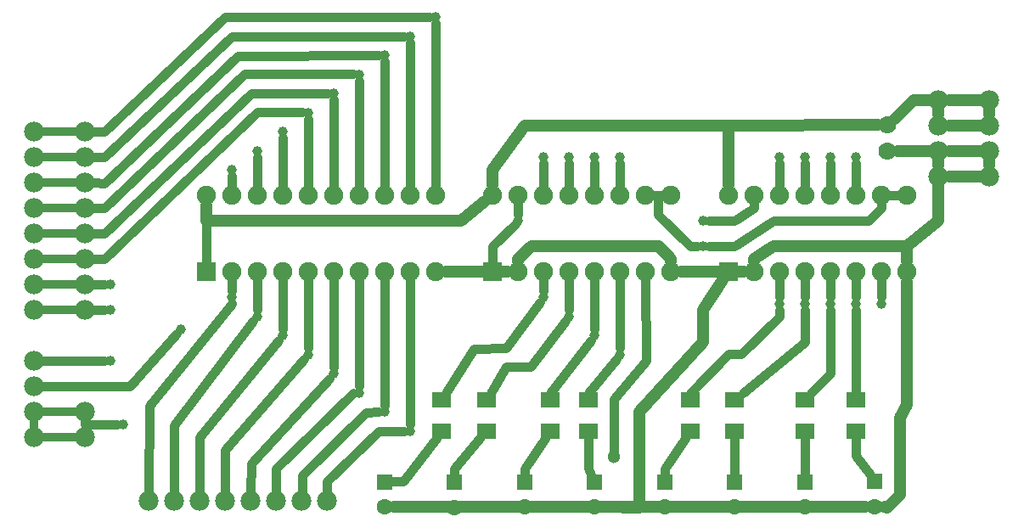
<source format=gbl>
G04 MADE WITH FRITZING*
G04 WWW.FRITZING.ORG*
G04 DOUBLE SIDED*
G04 HOLES PLATED*
G04 CONTOUR ON CENTER OF CONTOUR VECTOR*
%ASAXBY*%
%FSLAX23Y23*%
%MOIN*%
%OFA0B0*%
%SFA1.0B1.0*%
%ADD10C,0.039370*%
%ADD11C,0.078000*%
%ADD12C,0.070000*%
%ADD13C,0.062992*%
%ADD14C,0.051181*%
%ADD15C,0.075000*%
%ADD16R,0.074803X0.062992*%
%ADD17R,0.062992X0.062992*%
%ADD18R,0.075000X0.075000*%
%ADD19C,0.048000*%
%ADD20C,0.032000*%
%ADD21C,0.038000*%
%ADD22C,0.026000*%
%LNCOPPER0*%
G90*
G70*
G54D10*
X388Y962D03*
X388Y861D03*
X3413Y886D03*
G54D11*
X3838Y1686D03*
X3638Y1686D03*
X3838Y1386D03*
X3638Y1386D03*
G54D12*
X3438Y1587D03*
X3438Y1486D03*
G54D13*
X3388Y188D03*
X3388Y89D03*
X3113Y186D03*
X3113Y88D03*
X2838Y186D03*
X2838Y88D03*
X2563Y186D03*
X2563Y88D03*
X2288Y186D03*
X2288Y88D03*
X2013Y186D03*
X2013Y88D03*
X1738Y185D03*
X1738Y86D03*
X1463Y186D03*
X1463Y88D03*
G54D10*
X863Y911D03*
X2088Y911D03*
X963Y836D03*
X2188Y836D03*
X2288Y761D03*
X1063Y761D03*
X2388Y686D03*
X1163Y686D03*
X3013Y886D03*
X1263Y611D03*
X3113Y886D03*
X1363Y536D03*
X3213Y886D03*
X1463Y461D03*
X3313Y886D03*
X1563Y386D03*
X2088Y1461D03*
X963Y1486D03*
X2188Y1461D03*
X1063Y1561D03*
X2288Y1461D03*
X1163Y1636D03*
X2388Y1461D03*
X1263Y1711D03*
X3013Y1461D03*
X1363Y1786D03*
X3113Y1461D03*
X1463Y1861D03*
X3213Y1461D03*
X1563Y1936D03*
X3313Y1461D03*
X1663Y2011D03*
X863Y1411D03*
G54D11*
X3838Y1586D03*
X3838Y1486D03*
X3638Y1586D03*
X3638Y1486D03*
G54D14*
X2363Y286D03*
G54D10*
X438Y411D03*
X663Y786D03*
X2713Y1111D03*
X1988Y1211D03*
X2713Y1211D03*
X388Y661D03*
G54D11*
X538Y111D03*
X638Y111D03*
X738Y111D03*
X838Y111D03*
X938Y111D03*
X1038Y111D03*
X1138Y111D03*
X1238Y111D03*
G54D15*
X763Y1011D03*
X763Y1311D03*
X863Y1011D03*
X863Y1311D03*
X963Y1011D03*
X963Y1311D03*
X1063Y1011D03*
X1063Y1311D03*
X1163Y1011D03*
X1163Y1311D03*
X1263Y1011D03*
X1263Y1311D03*
X1363Y1011D03*
X1363Y1311D03*
X1463Y1011D03*
X1463Y1311D03*
X1563Y1011D03*
X1563Y1311D03*
X1663Y1011D03*
X1663Y1311D03*
X1888Y1011D03*
X1888Y1311D03*
X1988Y1011D03*
X1988Y1311D03*
X2088Y1011D03*
X2088Y1311D03*
X2188Y1011D03*
X2188Y1311D03*
X2288Y1011D03*
X2288Y1311D03*
X2388Y1011D03*
X2388Y1311D03*
X2488Y1011D03*
X2488Y1311D03*
X2588Y1011D03*
X2588Y1311D03*
X2813Y1011D03*
X2813Y1311D03*
X2913Y1011D03*
X2913Y1311D03*
X3013Y1011D03*
X3013Y1311D03*
X3113Y1011D03*
X3113Y1311D03*
X3213Y1011D03*
X3213Y1311D03*
X3313Y1011D03*
X3313Y1311D03*
X3413Y1011D03*
X3413Y1311D03*
X3513Y1011D03*
X3513Y1311D03*
G54D11*
X88Y561D03*
X88Y361D03*
X288Y361D03*
X88Y461D03*
X288Y461D03*
X88Y861D03*
X88Y961D03*
X88Y1061D03*
X88Y1161D03*
X88Y1261D03*
X88Y1361D03*
X88Y1461D03*
X88Y1561D03*
X288Y861D03*
X288Y961D03*
X288Y1061D03*
X288Y1161D03*
X288Y1261D03*
X288Y1361D03*
X288Y1461D03*
X288Y1561D03*
X88Y661D03*
G54D16*
X3313Y509D03*
X3313Y386D03*
X3113Y509D03*
X3113Y386D03*
X2838Y509D03*
X2838Y386D03*
X2663Y509D03*
X2663Y386D03*
X2263Y509D03*
X2263Y386D03*
X2113Y509D03*
X2113Y386D03*
X1863Y509D03*
X1863Y386D03*
X1688Y509D03*
X1688Y386D03*
G54D17*
X3388Y188D03*
X3113Y186D03*
X2838Y186D03*
X2563Y186D03*
X2288Y186D03*
X2013Y186D03*
X1738Y185D03*
X1463Y186D03*
G54D18*
X763Y1011D03*
X1888Y1011D03*
X2813Y1011D03*
G54D19*
X3465Y1613D02*
X3539Y1686D01*
D02*
X3539Y1686D02*
X3597Y1686D01*
D02*
X3797Y1686D02*
X3679Y1686D01*
D02*
X3797Y1586D02*
X3679Y1586D01*
D02*
X3838Y1645D02*
X3838Y1628D01*
D02*
X3597Y1486D02*
X3475Y1486D01*
D02*
X3513Y1112D02*
X3513Y1051D01*
D02*
X3638Y1345D02*
X3638Y1211D01*
D02*
X3638Y1211D02*
X3513Y1112D01*
D02*
X3797Y1486D02*
X3679Y1486D01*
D02*
X3797Y1386D02*
X3679Y1386D01*
D02*
X3838Y1428D02*
X3838Y1445D01*
G54D20*
D02*
X258Y461D02*
X118Y461D01*
D02*
X258Y361D02*
X118Y361D01*
D02*
X88Y392D02*
X88Y431D01*
D02*
X253Y1561D02*
X124Y1561D01*
D02*
X253Y1461D02*
X124Y1461D01*
D02*
X253Y1361D02*
X124Y1361D01*
D02*
X253Y1261D02*
X124Y1261D01*
D02*
X253Y1161D02*
X124Y1161D01*
D02*
X253Y1061D02*
X124Y1061D01*
D02*
X253Y961D02*
X124Y961D01*
D02*
X253Y861D02*
X124Y861D01*
G54D21*
D02*
X364Y962D02*
X324Y962D01*
D02*
X3413Y911D02*
X3413Y977D01*
G54D19*
D02*
X3514Y1112D02*
X3513Y1051D01*
D02*
X2989Y1112D02*
X3514Y1112D01*
D02*
X2913Y1061D02*
X2989Y1112D01*
D02*
X2913Y1051D02*
X2913Y1061D01*
D02*
X2539Y1112D02*
X2588Y1061D01*
D02*
X2588Y1061D02*
X2588Y1051D01*
D02*
X1988Y1061D02*
X2039Y1112D01*
D02*
X2039Y1112D02*
X2539Y1112D01*
D02*
X1988Y1051D02*
X1988Y1061D01*
D02*
X3350Y89D02*
X1501Y88D01*
D02*
X2813Y1586D02*
X2813Y1351D01*
D02*
X3401Y1587D02*
X2813Y1586D01*
G54D22*
D02*
X288Y392D02*
X288Y431D01*
G54D19*
D02*
X3638Y1645D02*
X3638Y1628D01*
D02*
X3638Y1428D02*
X3638Y1445D01*
G54D21*
D02*
X1813Y710D02*
X1704Y534D01*
D02*
X1939Y713D02*
X1813Y710D01*
D02*
X2074Y892D02*
X1939Y713D01*
D02*
X1538Y188D02*
X1669Y361D01*
D02*
X1496Y187D02*
X1538Y188D01*
D02*
X1738Y237D02*
X1738Y217D01*
D02*
X1841Y361D02*
X1738Y237D01*
D02*
X1939Y637D02*
X1879Y534D01*
D02*
X2038Y637D02*
X1939Y637D01*
D02*
X2173Y817D02*
X2038Y637D01*
D02*
X2112Y536D02*
X2112Y534D01*
D02*
X2273Y742D02*
X2112Y536D01*
D02*
X2013Y237D02*
X2013Y219D01*
D02*
X2096Y361D02*
X2013Y237D01*
D02*
X2263Y237D02*
X2274Y216D01*
D02*
X2263Y361D02*
X2263Y237D01*
D02*
X2263Y536D02*
X2372Y668D01*
D02*
X2263Y534D02*
X2263Y536D01*
D02*
X2562Y237D02*
X2563Y219D01*
D02*
X2646Y361D02*
X2562Y237D01*
D02*
X2864Y687D02*
X2814Y687D01*
D02*
X2663Y536D02*
X2663Y534D01*
D02*
X2814Y687D02*
X2663Y536D01*
D02*
X3013Y836D02*
X2864Y687D01*
D02*
X3013Y862D02*
X3013Y836D01*
D02*
X2838Y361D02*
X2838Y219D01*
D02*
X3113Y736D02*
X2870Y534D01*
D02*
X3113Y862D02*
X3113Y736D01*
D02*
X3113Y361D02*
X3113Y219D01*
D02*
X3212Y612D02*
X3138Y534D01*
D02*
X3213Y862D02*
X3212Y612D01*
D02*
X3314Y287D02*
X3369Y214D01*
D02*
X3313Y361D02*
X3314Y287D01*
D02*
X3313Y862D02*
X3313Y534D01*
D02*
X2989Y1213D02*
X2838Y1112D01*
D02*
X2838Y1112D02*
X2738Y1111D01*
D02*
X3364Y1213D02*
X2989Y1213D01*
D02*
X863Y936D02*
X863Y977D01*
D02*
X2088Y977D02*
X2088Y936D01*
D02*
X2188Y977D02*
X2188Y861D01*
D02*
X963Y861D02*
X963Y977D01*
D02*
X2288Y786D02*
X2288Y977D01*
D02*
X1063Y977D02*
X1063Y786D01*
D02*
X2388Y711D02*
X2388Y977D01*
D02*
X1163Y977D02*
X1163Y711D01*
D02*
X3013Y911D02*
X3013Y977D01*
D02*
X1263Y977D02*
X1263Y636D01*
D02*
X3113Y911D02*
X3113Y977D01*
D02*
X1363Y977D02*
X1363Y561D01*
D02*
X3213Y911D02*
X3213Y977D01*
D02*
X1463Y977D02*
X1463Y486D01*
D02*
X3313Y911D02*
X3313Y977D01*
D02*
X1563Y977D02*
X1563Y411D01*
G54D19*
D02*
X1703Y1011D02*
X1848Y1011D01*
D02*
X1948Y1011D02*
X1928Y1011D01*
D02*
X2628Y1011D02*
X2773Y1011D01*
D02*
X1700Y87D02*
X1501Y88D01*
D02*
X1975Y88D02*
X1776Y87D01*
D02*
X2250Y88D02*
X2051Y88D01*
D02*
X2525Y88D02*
X2326Y88D01*
D02*
X2800Y88D02*
X2601Y88D01*
D02*
X3075Y88D02*
X2876Y88D01*
D02*
X3350Y89D02*
X3151Y88D01*
D02*
X2713Y861D02*
X2713Y736D01*
D02*
X2713Y736D02*
X2463Y461D01*
D02*
X2463Y461D02*
X2463Y86D01*
D02*
X2463Y86D02*
X2326Y88D01*
D02*
X2791Y978D02*
X2713Y861D01*
D02*
X2873Y1011D02*
X2853Y1011D01*
D02*
X3488Y136D02*
X3438Y86D01*
D02*
X3438Y86D02*
X3426Y87D01*
D02*
X3488Y437D02*
X3488Y136D01*
D02*
X3514Y487D02*
X3488Y437D01*
D02*
X3513Y972D02*
X3514Y487D01*
G54D21*
D02*
X763Y1040D02*
X763Y1283D01*
D02*
X2088Y1437D02*
X2088Y1346D01*
D02*
X963Y1346D02*
X963Y1462D01*
D02*
X2188Y1437D02*
X2188Y1346D01*
D02*
X1063Y1346D02*
X1063Y1537D01*
D02*
X2288Y1437D02*
X2288Y1346D01*
D02*
X1163Y1346D02*
X1163Y1612D01*
D02*
X2388Y1437D02*
X2388Y1346D01*
D02*
X1263Y1346D02*
X1263Y1687D01*
D02*
X3013Y1437D02*
X3013Y1346D01*
D02*
X1363Y1346D02*
X1363Y1762D01*
D02*
X3113Y1437D02*
X3113Y1346D01*
D02*
X1463Y1346D02*
X1463Y1837D01*
D02*
X3213Y1437D02*
X3213Y1346D01*
D02*
X1563Y1346D02*
X1563Y1912D01*
D02*
X3313Y1437D02*
X3313Y1346D01*
D02*
X1663Y1346D02*
X1663Y1987D01*
D02*
X2522Y1311D02*
X2554Y1311D01*
D02*
X3447Y1311D02*
X3479Y1311D01*
D02*
X863Y1387D02*
X863Y1346D01*
D02*
X324Y861D02*
X364Y861D01*
D02*
X364Y1062D02*
X324Y1062D01*
D02*
X963Y1637D02*
X364Y1062D01*
D02*
X1139Y1637D02*
X963Y1637D01*
D02*
X939Y1713D02*
X364Y1161D01*
D02*
X364Y1161D02*
X324Y1161D01*
D02*
X1239Y1712D02*
X939Y1713D01*
D02*
X914Y1788D02*
X364Y1262D01*
D02*
X364Y1262D02*
X324Y1262D01*
D02*
X1339Y1787D02*
X914Y1788D01*
D02*
X888Y1860D02*
X364Y1360D01*
D02*
X364Y1360D02*
X324Y1361D01*
D02*
X1439Y1861D02*
X888Y1860D01*
D02*
X864Y1936D02*
X364Y1461D01*
D02*
X364Y1461D02*
X324Y1461D01*
D02*
X1539Y1936D02*
X864Y1936D01*
D02*
X838Y2011D02*
X364Y1562D01*
D02*
X364Y1562D02*
X324Y1562D01*
D02*
X1639Y2011D02*
X838Y2011D01*
G54D19*
D02*
X1888Y1412D02*
X1888Y1351D01*
D02*
X2012Y1586D02*
X1888Y1412D01*
D02*
X2813Y1586D02*
X2012Y1586D01*
D02*
X2813Y1351D02*
X2813Y1586D01*
D02*
X764Y1211D02*
X764Y1272D01*
D02*
X1762Y1211D02*
X764Y1211D01*
D02*
X1857Y1287D02*
X1762Y1211D01*
G54D21*
D02*
X2489Y661D02*
X2488Y977D01*
D02*
X2364Y511D02*
X2489Y661D01*
D02*
X2363Y305D02*
X2364Y511D01*
D02*
X287Y411D02*
X414Y411D01*
D02*
X287Y426D02*
X287Y411D01*
D02*
X2538Y1236D02*
X2538Y1311D01*
D02*
X2538Y1311D02*
X2522Y1311D01*
D02*
X2663Y1112D02*
X2538Y1236D01*
D02*
X2689Y1111D02*
X2663Y1112D01*
D02*
X463Y562D02*
X647Y768D01*
D02*
X124Y562D02*
X463Y562D01*
D02*
X3414Y1262D02*
X3364Y1213D01*
D02*
X3413Y1277D02*
X3414Y1262D01*
D02*
X2914Y1262D02*
X2913Y1277D01*
D02*
X2838Y1211D02*
X2914Y1262D01*
D02*
X2738Y1211D02*
X2838Y1211D01*
D02*
X1988Y1277D02*
X1988Y1236D01*
D02*
X124Y661D02*
X364Y661D01*
D02*
X864Y886D02*
X539Y486D01*
D02*
X864Y887D02*
X864Y886D01*
D02*
X539Y486D02*
X538Y147D01*
D02*
X948Y817D02*
X638Y410D01*
D02*
X638Y410D02*
X638Y147D01*
D02*
X1048Y742D02*
X737Y361D01*
D02*
X737Y361D02*
X738Y147D01*
D02*
X838Y312D02*
X838Y147D01*
D02*
X1147Y668D02*
X838Y312D01*
D02*
X1238Y188D02*
X1238Y147D01*
D02*
X1439Y386D02*
X1238Y188D01*
D02*
X1539Y386D02*
X1439Y386D01*
D02*
X1389Y460D02*
X1439Y461D01*
D02*
X1139Y211D02*
X1389Y460D01*
D02*
X1139Y147D02*
X1139Y211D01*
D02*
X1038Y237D02*
X1339Y536D01*
D02*
X1339Y536D02*
X1339Y535D01*
D02*
X1038Y147D02*
X1038Y237D01*
D02*
X939Y260D02*
X1247Y593D01*
D02*
X938Y147D02*
X939Y260D01*
D02*
X1975Y1198D02*
X1887Y1112D01*
D02*
X1887Y1112D02*
X1888Y1040D01*
G04 End of Copper0*
M02*
</source>
